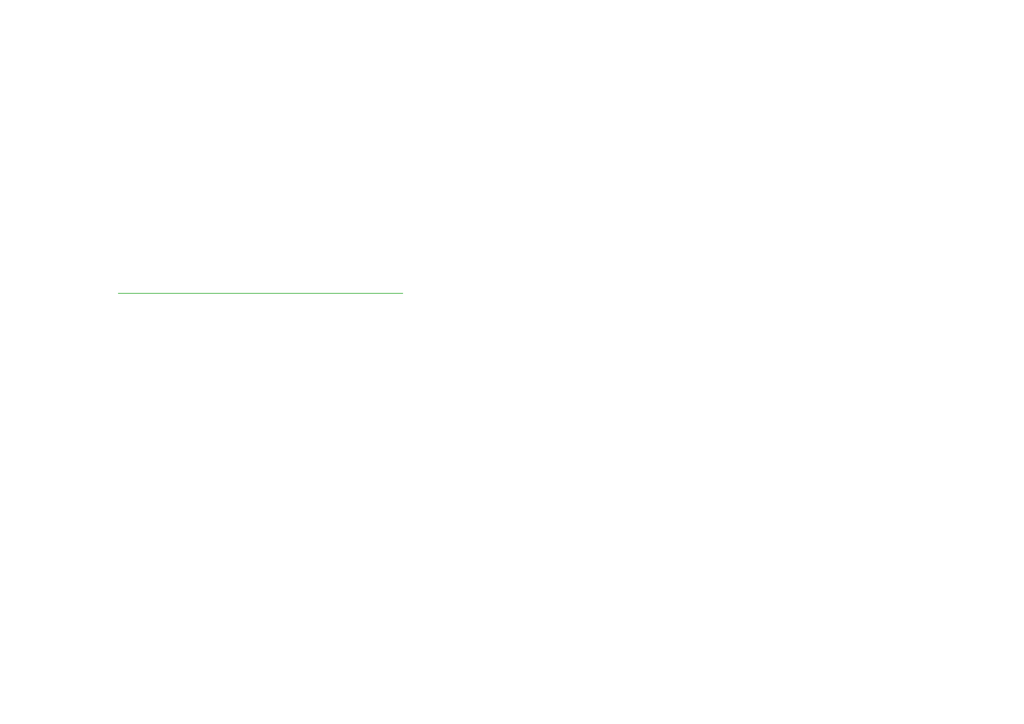
<source format=kicad_sch>
(kicad_sch
	(version 20250114)
	(generator "eeschema")
	(generator_version "9.0")
	(uuid "006089c7-9fbf-409d-b567-e777485c04bc")
	(paper "A4")
	(lib_symbols)
	(wire
		(pts
			(xy 34.29 85.09) (xy 116.84 85.09)
		)
		(stroke
			(width 0)
			(type default)
		)
		(uuid "3c4b373a-a398-48c2-ba65-ae513c96af81")
	)
)

</source>
